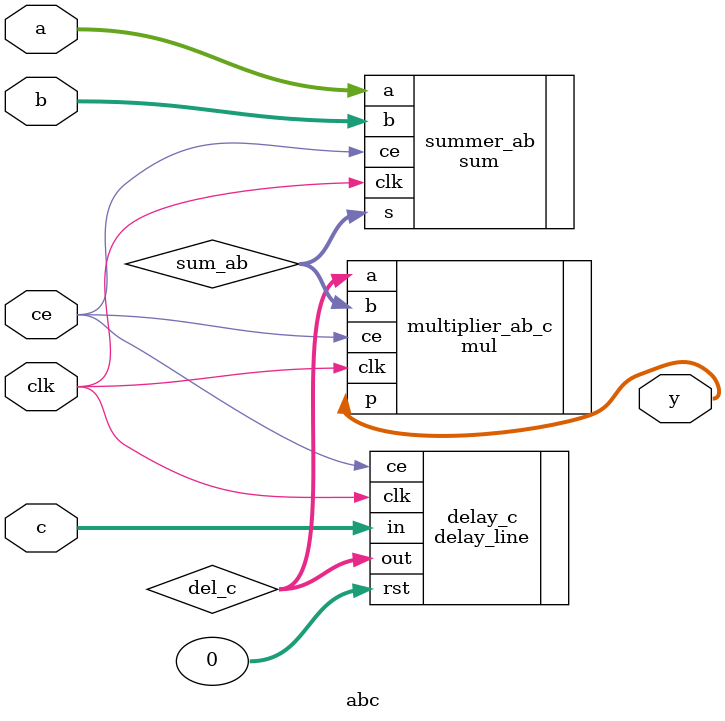
<source format=v>
`timescale 1ns / 1ps
module abc(
		input 			clk,
		input 			ce,
		input 	[11:0] 	a,
		input 	[11:0] 	b,
		input 	[11:0] 	c,
		output 	[24:0] 	y
    );
	wire signed [12:0] sum_ab;
	wire signed [11:0] del_c;
	
	// Latency = 2
	delay_line #(
		.DELAY(2),
		.WIDTH(12)
	) delay_c (
		.clk(clk),
		.ce(ce),
		.in(c),
		.out(del_c),
		.rst(0)
	);

	// Latency = 2
	sum summer_ab (
		.a(a),		// input [11 : 0] a
		.b(b),		// input [11 : 0] b
		.clk(clk),	// input clk
		.ce(ce),	// input ce
		.s(sum_ab)	// output [12 : 0] s
	);
	
	//Latency = 3
	mul multiplier_ab_c (
		.a(del_c),	// input [11 : 0] c
		.b(sum_ab),	// input [12 : 0] a + b
		.clk(clk),	// input clk
		.ce(ce),	// input ce
		.p(y)		// output [24 : 0] p
	);

endmodule

</source>
